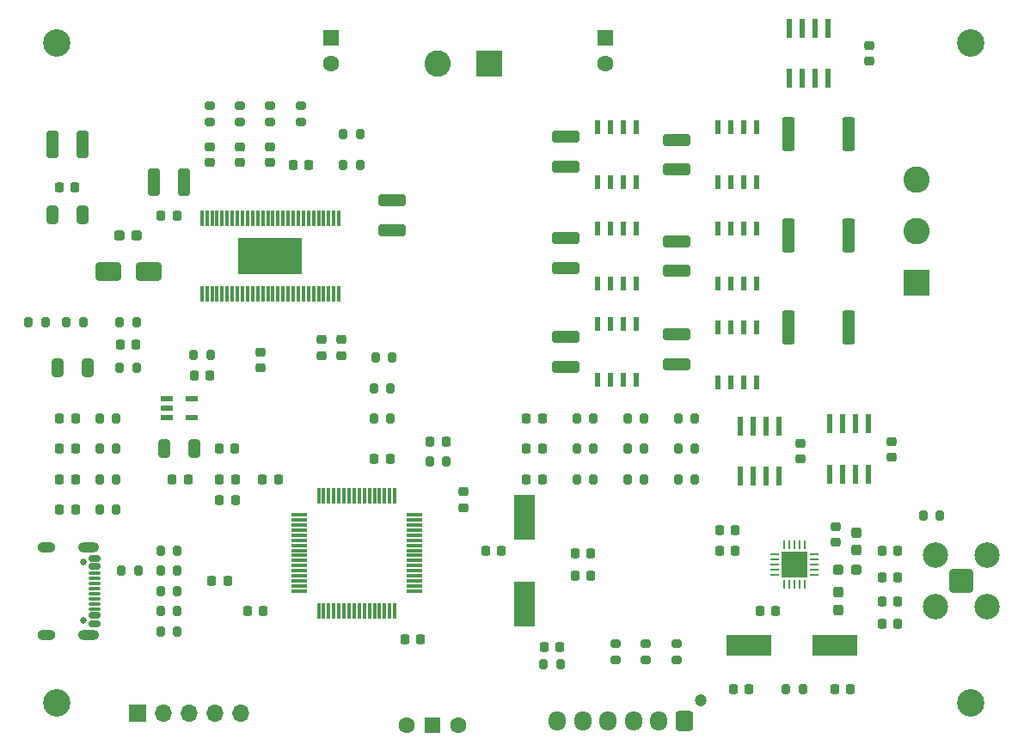
<source format=gbr>
%TF.GenerationSoftware,KiCad,Pcbnew,8.0.2*%
%TF.CreationDate,2024-10-03T19:13:02-03:00*%
%TF.ProjectId,ESCX,45534358-2e6b-4696-9361-645f70636258,rev?*%
%TF.SameCoordinates,Original*%
%TF.FileFunction,Soldermask,Top*%
%TF.FilePolarity,Negative*%
%FSLAX46Y46*%
G04 Gerber Fmt 4.6, Leading zero omitted, Abs format (unit mm)*
G04 Created by KiCad (PCBNEW 8.0.2) date 2024-10-03 19:13:02*
%MOMM*%
%LPD*%
G01*
G04 APERTURE LIST*
G04 Aperture macros list*
%AMRoundRect*
0 Rectangle with rounded corners*
0 $1 Rounding radius*
0 $2 $3 $4 $5 $6 $7 $8 $9 X,Y pos of 4 corners*
0 Add a 4 corners polygon primitive as box body*
4,1,4,$2,$3,$4,$5,$6,$7,$8,$9,$2,$3,0*
0 Add four circle primitives for the rounded corners*
1,1,$1+$1,$2,$3*
1,1,$1+$1,$4,$5*
1,1,$1+$1,$6,$7*
1,1,$1+$1,$8,$9*
0 Add four rect primitives between the rounded corners*
20,1,$1+$1,$2,$3,$4,$5,0*
20,1,$1+$1,$4,$5,$6,$7,0*
20,1,$1+$1,$6,$7,$8,$9,0*
20,1,$1+$1,$8,$9,$2,$3,0*%
G04 Aperture macros list end*
%ADD10RoundRect,0.237500X0.287500X0.237500X-0.287500X0.237500X-0.287500X-0.237500X0.287500X-0.237500X0*%
%ADD11R,2.600000X2.600000*%
%ADD12C,2.600000*%
%ADD13C,2.700000*%
%ADD14RoundRect,0.225000X-0.225000X-0.250000X0.225000X-0.250000X0.225000X0.250000X-0.225000X0.250000X0*%
%ADD15RoundRect,0.250000X1.100000X-0.325000X1.100000X0.325000X-1.100000X0.325000X-1.100000X-0.325000X0*%
%ADD16RoundRect,0.200000X0.200000X0.275000X-0.200000X0.275000X-0.200000X-0.275000X0.200000X-0.275000X0*%
%ADD17RoundRect,0.200100X-0.949900X0.949900X-0.949900X-0.949900X0.949900X-0.949900X0.949900X0.949900X0*%
%ADD18C,2.500000*%
%ADD19RoundRect,0.218750X0.218750X0.256250X-0.218750X0.256250X-0.218750X-0.256250X0.218750X-0.256250X0*%
%ADD20RoundRect,0.200000X-0.200000X-0.275000X0.200000X-0.275000X0.200000X0.275000X-0.200000X0.275000X0*%
%ADD21RoundRect,0.200000X-0.275000X0.200000X-0.275000X-0.200000X0.275000X-0.200000X0.275000X0.200000X0*%
%ADD22RoundRect,0.225000X-0.250000X0.225000X-0.250000X-0.225000X0.250000X-0.225000X0.250000X0.225000X0*%
%ADD23RoundRect,0.225000X0.225000X0.250000X-0.225000X0.250000X-0.225000X-0.250000X0.225000X-0.250000X0*%
%ADD24RoundRect,0.225000X0.250000X-0.225000X0.250000X0.225000X-0.250000X0.225000X-0.250000X-0.225000X0*%
%ADD25R,1.500000X1.500000*%
%ADD26C,1.600000*%
%ADD27R,0.558800X1.981200*%
%ADD28R,0.300000X1.550000*%
%ADD29R,6.350000X3.610000*%
%ADD30RoundRect,0.250000X-0.362500X-1.425000X0.362500X-1.425000X0.362500X1.425000X-0.362500X1.425000X0*%
%ADD31R,1.270000X0.558800*%
%ADD32RoundRect,0.250000X-0.325000X-1.100000X0.325000X-1.100000X0.325000X1.100000X-0.325000X1.100000X0*%
%ADD33RoundRect,0.075000X0.700000X0.075000X-0.700000X0.075000X-0.700000X-0.075000X0.700000X-0.075000X0*%
%ADD34RoundRect,0.075000X0.075000X0.700000X-0.075000X0.700000X-0.075000X-0.700000X0.075000X-0.700000X0*%
%ADD35RoundRect,0.062500X-0.350000X-0.062500X0.350000X-0.062500X0.350000X0.062500X-0.350000X0.062500X0*%
%ADD36RoundRect,0.062500X-0.062500X-0.350000X0.062500X-0.350000X0.062500X0.350000X-0.062500X0.350000X0*%
%ADD37R,2.500000X2.500000*%
%ADD38RoundRect,0.237500X-0.237500X0.287500X-0.237500X-0.287500X0.237500X-0.287500X0.237500X0.287500X0*%
%ADD39RoundRect,0.250000X-0.325000X-0.650000X0.325000X-0.650000X0.325000X0.650000X-0.325000X0.650000X0*%
%ADD40C,1.200000*%
%ADD41RoundRect,0.250000X0.600000X0.725000X-0.600000X0.725000X-0.600000X-0.725000X0.600000X-0.725000X0*%
%ADD42O,1.700000X1.950000*%
%ADD43R,0.558800X1.460500*%
%ADD44C,0.650000*%
%ADD45RoundRect,0.150000X-0.425000X0.150000X-0.425000X-0.150000X0.425000X-0.150000X0.425000X0.150000X0*%
%ADD46RoundRect,0.075000X-0.500000X0.075000X-0.500000X-0.075000X0.500000X-0.075000X0.500000X0.075000X0*%
%ADD47O,2.100000X1.000000*%
%ADD48O,1.800000X1.000000*%
%ADD49R,2.000000X4.500000*%
%ADD50RoundRect,0.237500X0.237500X-0.287500X0.237500X0.287500X-0.237500X0.287500X-0.237500X-0.287500X0*%
%ADD51RoundRect,0.250000X1.000000X0.650000X-1.000000X0.650000X-1.000000X-0.650000X1.000000X-0.650000X0*%
%ADD52RoundRect,0.250000X0.325000X1.100000X-0.325000X1.100000X-0.325000X-1.100000X0.325000X-1.100000X0*%
%ADD53R,1.700000X1.700000*%
%ADD54O,1.700000X1.700000*%
%ADD55RoundRect,0.218750X-0.218750X-0.256250X0.218750X-0.256250X0.218750X0.256250X-0.218750X0.256250X0*%
%ADD56R,1.600000X1.600000*%
%ADD57R,4.500000X2.000000*%
%ADD58RoundRect,0.250000X0.325000X0.650000X-0.325000X0.650000X-0.325000X-0.650000X0.325000X-0.650000X0*%
G04 APERTURE END LIST*
D10*
%TO.C,L2*%
X111875000Y-83000000D03*
X110125000Y-83000000D03*
%TD*%
D11*
%TO.C,J10*%
X188600000Y-87580000D03*
D12*
X188600000Y-82500000D03*
X188600000Y-77420000D03*
%TD*%
D13*
%TO.C,H1*%
X104000000Y-64000000D03*
%TD*%
D14*
%TO.C,C4*%
X146225000Y-114000000D03*
X147775000Y-114000000D03*
%TD*%
D15*
%TO.C,C54*%
X165000000Y-95674150D03*
X165000000Y-92724150D03*
%TD*%
D16*
%TO.C,R11*%
X166825000Y-107000000D03*
X165175000Y-107000000D03*
%TD*%
D14*
%TO.C,C37*%
X185225000Y-119000000D03*
X186775000Y-119000000D03*
%TD*%
D15*
%TO.C,C50*%
X165000000Y-86475000D03*
X165000000Y-83525000D03*
%TD*%
D14*
%TO.C,C2*%
X124225000Y-107000000D03*
X125775000Y-107000000D03*
%TD*%
D17*
%TO.C,J2*%
X193000000Y-117000000D03*
D18*
X195540000Y-114460000D03*
X190460000Y-114460000D03*
X195540000Y-119540000D03*
X190460000Y-119540000D03*
%TD*%
D14*
%TO.C,C56*%
X151975000Y-123500000D03*
X153525000Y-123500000D03*
%TD*%
D16*
%TO.C,R3*%
X109825000Y-107000000D03*
X108175000Y-107000000D03*
%TD*%
D11*
%TO.C,J11*%
X146545000Y-66000000D03*
D12*
X141465000Y-66000000D03*
%TD*%
D19*
%TO.C,D1*%
X105787500Y-104000000D03*
X104212500Y-104000000D03*
%TD*%
D16*
%TO.C,R7*%
X119075000Y-94750000D03*
X117425000Y-94750000D03*
%TD*%
D20*
%TO.C,R8*%
X110175000Y-91500000D03*
X111825000Y-91500000D03*
%TD*%
%TO.C,R1*%
X108175000Y-104000000D03*
X109825000Y-104000000D03*
%TD*%
D16*
%TO.C,R16*%
X177450000Y-127625000D03*
X175800000Y-127625000D03*
%TD*%
D21*
%TO.C,R26*%
X125000000Y-70175000D03*
X125000000Y-71825000D03*
%TD*%
D22*
%TO.C,C27*%
X125000000Y-74225000D03*
X125000000Y-75775000D03*
%TD*%
D15*
%TO.C,C46*%
X165000000Y-76475000D03*
X165000000Y-73525000D03*
%TD*%
D16*
%TO.C,R5*%
X102825000Y-91500000D03*
X101175000Y-91500000D03*
%TD*%
D21*
%TO.C,R19*%
X122000000Y-70175000D03*
X122000000Y-71825000D03*
%TD*%
D20*
%TO.C,R2*%
X108175000Y-101000000D03*
X109825000Y-101000000D03*
%TD*%
D23*
%TO.C,C39*%
X186775000Y-114000000D03*
X185225000Y-114000000D03*
%TD*%
D20*
%TO.C,R25*%
X140675000Y-105250000D03*
X142325000Y-105250000D03*
%TD*%
%TO.C,R13*%
X160175000Y-101000000D03*
X161825000Y-101000000D03*
%TD*%
D24*
%TO.C,C51*%
X177200000Y-105000000D03*
X177200000Y-103450000D03*
%TD*%
D25*
%TO.C,SW1*%
X141000000Y-131200000D03*
D26*
X138460000Y-131200000D03*
X143540000Y-131200000D03*
%TD*%
D23*
%TO.C,C31*%
X170775000Y-112000000D03*
X169225000Y-112000000D03*
%TD*%
D27*
%TO.C,U7*%
X175105000Y-101761200D03*
X173835000Y-101761200D03*
X172565000Y-101761200D03*
X171295000Y-101761200D03*
X171295000Y-106688800D03*
X172565000Y-106688800D03*
X173835000Y-106688800D03*
X175105000Y-106688800D03*
%TD*%
D23*
%TO.C,C25*%
X115775000Y-81000000D03*
X114225000Y-81000000D03*
%TD*%
D28*
%TO.C,U3*%
X118250000Y-88750000D03*
X118750000Y-88750000D03*
X119250000Y-88750000D03*
X119750000Y-88750000D03*
X120250000Y-88750000D03*
X120750000Y-88750000D03*
X121250000Y-88750000D03*
X121750000Y-88750000D03*
X122250000Y-88750000D03*
X122750000Y-88750000D03*
X123250000Y-88750000D03*
X123750000Y-88750000D03*
X124250000Y-88750000D03*
X124750000Y-88750000D03*
X125250000Y-88750000D03*
X125750000Y-88750000D03*
X126250000Y-88750000D03*
X126750000Y-88750000D03*
X127250000Y-88750000D03*
X127750000Y-88750000D03*
X128250000Y-88750000D03*
X128750000Y-88750000D03*
X129250000Y-88750000D03*
X129750000Y-88750000D03*
X130250000Y-88750000D03*
X130750000Y-88750000D03*
X131250000Y-88750000D03*
X131750000Y-88750000D03*
X131750000Y-81250000D03*
X131250000Y-81250000D03*
X130750000Y-81250000D03*
X130250000Y-81250000D03*
X129750000Y-81250000D03*
X129250000Y-81250000D03*
X128750000Y-81250000D03*
X128250000Y-81250000D03*
X127750000Y-81250000D03*
X127250000Y-81250000D03*
X126750000Y-81250000D03*
X126250000Y-81250000D03*
X125750000Y-81250000D03*
X125250000Y-81250000D03*
X124750000Y-81250000D03*
X124250000Y-81250000D03*
X123750000Y-81250000D03*
X123250000Y-81250000D03*
X122750000Y-81250000D03*
X122250000Y-81250000D03*
X121750000Y-81250000D03*
X121250000Y-81250000D03*
X120750000Y-81250000D03*
X120250000Y-81250000D03*
X119750000Y-81250000D03*
X119250000Y-81250000D03*
X118750000Y-81250000D03*
X118250000Y-81250000D03*
D29*
X125000000Y-85000000D03*
%TD*%
D13*
%TO.C,H2*%
X194000000Y-129000000D03*
%TD*%
D22*
%TO.C,C16*%
X130000000Y-93225000D03*
X130000000Y-94775000D03*
%TD*%
D30*
%TO.C,R30*%
X176037500Y-92000000D03*
X181962500Y-92000000D03*
%TD*%
D31*
%TO.C,U2*%
X114780800Y-99047500D03*
X114780800Y-100000000D03*
X114780800Y-100952500D03*
X117219200Y-100952500D03*
X117219200Y-99047500D03*
%TD*%
D27*
%TO.C,U6*%
X183905000Y-101536200D03*
X182635000Y-101536200D03*
X181365000Y-101536200D03*
X180095000Y-101536200D03*
X180095000Y-106463800D03*
X181365000Y-106463800D03*
X182635000Y-106463800D03*
X183905000Y-106463800D03*
%TD*%
D32*
%TO.C,C12*%
X103525000Y-74000000D03*
X106475000Y-74000000D03*
%TD*%
D33*
%TO.C,U1*%
X139175000Y-118000000D03*
X139175000Y-117500000D03*
X139175000Y-117000000D03*
X139175000Y-116500000D03*
X139175000Y-116000000D03*
X139175000Y-115500000D03*
X139175000Y-115000000D03*
X139175000Y-114500000D03*
X139175000Y-114000000D03*
X139175000Y-113500000D03*
X139175000Y-113000000D03*
X139175000Y-112500000D03*
X139175000Y-112000000D03*
X139175000Y-111500000D03*
X139175000Y-111000000D03*
X139175000Y-110500000D03*
D34*
X137250000Y-108575000D03*
X136750000Y-108575000D03*
X136250000Y-108575000D03*
X135750000Y-108575000D03*
X135250000Y-108575000D03*
X134750000Y-108575000D03*
X134250000Y-108575000D03*
X133750000Y-108575000D03*
X133250000Y-108575000D03*
X132750000Y-108575000D03*
X132250000Y-108575000D03*
X131750000Y-108575000D03*
X131250000Y-108575000D03*
X130750000Y-108575000D03*
X130250000Y-108575000D03*
X129750000Y-108575000D03*
D33*
X127825000Y-110500000D03*
X127825000Y-111000000D03*
X127825000Y-111500000D03*
X127825000Y-112000000D03*
X127825000Y-112500000D03*
X127825000Y-113000000D03*
X127825000Y-113500000D03*
X127825000Y-114000000D03*
X127825000Y-114500000D03*
X127825000Y-115000000D03*
X127825000Y-115500000D03*
X127825000Y-116000000D03*
X127825000Y-116500000D03*
X127825000Y-117000000D03*
X127825000Y-117500000D03*
X127825000Y-118000000D03*
D34*
X129750000Y-119925000D03*
X130250000Y-119925000D03*
X130750000Y-119925000D03*
X131250000Y-119925000D03*
X131750000Y-119925000D03*
X132250000Y-119925000D03*
X132750000Y-119925000D03*
X133250000Y-119925000D03*
X133750000Y-119925000D03*
X134250000Y-119925000D03*
X134750000Y-119925000D03*
X135250000Y-119925000D03*
X135750000Y-119925000D03*
X136250000Y-119925000D03*
X136750000Y-119925000D03*
X137250000Y-119925000D03*
%TD*%
D16*
%TO.C,R22*%
X156825000Y-104000000D03*
X155175000Y-104000000D03*
%TD*%
D14*
%TO.C,C3*%
X119225000Y-117000000D03*
X120775000Y-117000000D03*
%TD*%
D21*
%TO.C,R34*%
X162000000Y-123175000D03*
X162000000Y-124825000D03*
%TD*%
D16*
%TO.C,R4*%
X106575000Y-91500000D03*
X104925000Y-91500000D03*
%TD*%
D14*
%TO.C,C33*%
X169225000Y-114000000D03*
X170775000Y-114000000D03*
%TD*%
D35*
%TO.C,U4*%
X174687500Y-114375000D03*
X174687500Y-114875000D03*
X174687500Y-115375000D03*
X174687500Y-115875000D03*
X174687500Y-116375000D03*
D36*
X175625000Y-117312500D03*
X176125000Y-117312500D03*
X176625000Y-117312500D03*
X177125000Y-117312500D03*
X177625000Y-117312500D03*
D35*
X178562500Y-116375000D03*
X178562500Y-115875000D03*
X178562500Y-115375000D03*
X178562500Y-114875000D03*
X178562500Y-114375000D03*
D36*
X177625000Y-113437500D03*
X177125000Y-113437500D03*
X176625000Y-113437500D03*
X176125000Y-113437500D03*
X175625000Y-113437500D03*
D37*
X176625000Y-115375000D03*
%TD*%
D38*
%TO.C,L4*%
X182700000Y-112225000D03*
X182700000Y-113975000D03*
%TD*%
D23*
%TO.C,C32*%
X174775000Y-120000000D03*
X173225000Y-120000000D03*
%TD*%
D16*
%TO.C,R29*%
X136825000Y-98000000D03*
X135175000Y-98000000D03*
%TD*%
D24*
%TO.C,C47*%
X186215000Y-104800850D03*
X186215000Y-103250850D03*
%TD*%
%TO.C,C34*%
X180700000Y-113175000D03*
X180700000Y-111625000D03*
%TD*%
D21*
%TO.C,R18*%
X119000000Y-70175000D03*
X119000000Y-71825000D03*
%TD*%
D39*
%TO.C,C30*%
X103525000Y-80930000D03*
X106475000Y-80930000D03*
%TD*%
D40*
%TO.C,J8*%
X167350000Y-128775000D03*
D41*
X165750000Y-130775000D03*
D42*
X163250000Y-130775000D03*
X160750000Y-130775000D03*
X158250000Y-130775000D03*
X155750000Y-130775000D03*
X153250000Y-130775000D03*
%TD*%
D14*
%TO.C,C29*%
X104225000Y-78250000D03*
X105775000Y-78250000D03*
%TD*%
D43*
%TO.C,Q6*%
X172905000Y-97448300D03*
X169095000Y-92000000D03*
X170365000Y-92000000D03*
X171635000Y-92000000D03*
X172905000Y-92000000D03*
X169095000Y-97448300D03*
X170365000Y-97448300D03*
X171635000Y-97448300D03*
%TD*%
D16*
%TO.C,R37*%
X115825000Y-114000000D03*
X114175000Y-114000000D03*
%TD*%
D23*
%TO.C,C35*%
X182150000Y-127625000D03*
X180600000Y-127625000D03*
%TD*%
D16*
%TO.C,R41*%
X115825000Y-122000000D03*
X114175000Y-122000000D03*
%TD*%
D13*
%TO.C,H4*%
X194000000Y-64000000D03*
%TD*%
D44*
%TO.C,J9*%
X106605000Y-115110000D03*
X106605000Y-120890000D03*
D45*
X107680000Y-114800000D03*
X107680000Y-115600000D03*
D46*
X107680000Y-116750000D03*
X107680000Y-117750000D03*
X107680000Y-118250000D03*
X107680000Y-119250000D03*
D45*
X107680000Y-120400000D03*
X107680000Y-121200000D03*
X107680000Y-121200000D03*
X107680000Y-120400000D03*
D46*
X107680000Y-119750000D03*
X107680000Y-118750000D03*
X107680000Y-117250000D03*
X107680000Y-116250000D03*
D45*
X107680000Y-115600000D03*
X107680000Y-114800000D03*
D47*
X107105000Y-113680000D03*
D48*
X102925000Y-113680000D03*
D47*
X107105000Y-122320000D03*
D48*
X102925000Y-122320000D03*
%TD*%
D10*
%TO.C,L3*%
X182675000Y-115900000D03*
X180925000Y-115900000D03*
%TD*%
D15*
%TO.C,C45*%
X154095000Y-76199150D03*
X154095000Y-73249150D03*
%TD*%
D24*
%TO.C,C9*%
X144000000Y-109775000D03*
X144000000Y-108225000D03*
%TD*%
D16*
%TO.C,R31*%
X133825000Y-73000000D03*
X132175000Y-73000000D03*
%TD*%
D14*
%TO.C,C38*%
X185225000Y-121200000D03*
X186775000Y-121200000D03*
%TD*%
D23*
%TO.C,C7*%
X156525000Y-114250000D03*
X154975000Y-114250000D03*
%TD*%
D16*
%TO.C,R28*%
X137000000Y-95000000D03*
X135350000Y-95000000D03*
%TD*%
D19*
%TO.C,D3*%
X105787500Y-107000000D03*
X104212500Y-107000000D03*
%TD*%
D49*
%TO.C,X1*%
X150000000Y-110750000D03*
X150000000Y-119250000D03*
%TD*%
D50*
%TO.C,L5*%
X180900000Y-119875000D03*
X180900000Y-118125000D03*
%TD*%
D27*
%TO.C,U5*%
X179905000Y-62536200D03*
X178635000Y-62536200D03*
X177365000Y-62536200D03*
X176095000Y-62536200D03*
X176095000Y-67463800D03*
X177365000Y-67463800D03*
X178635000Y-67463800D03*
X179905000Y-67463800D03*
%TD*%
D43*
%TO.C,Q4*%
X172905000Y-87724150D03*
X169095000Y-82275850D03*
X170365000Y-82275850D03*
X171635000Y-82275850D03*
X172905000Y-82275850D03*
X169095000Y-87724150D03*
X170365000Y-87724150D03*
X171635000Y-87724150D03*
%TD*%
D51*
%TO.C,D4*%
X113000000Y-86500000D03*
X109000000Y-86500000D03*
%TD*%
D20*
%TO.C,R12*%
X160175000Y-107000000D03*
X161825000Y-107000000D03*
%TD*%
D16*
%TO.C,R42*%
X112000000Y-116000000D03*
X110350000Y-116000000D03*
%TD*%
D23*
%TO.C,C40*%
X186775000Y-116650000D03*
X185225000Y-116650000D03*
%TD*%
%TO.C,C13*%
X119025000Y-96750000D03*
X117475000Y-96750000D03*
%TD*%
D52*
%TO.C,C28*%
X116475000Y-77750000D03*
X113525000Y-77750000D03*
%TD*%
D23*
%TO.C,C42*%
X151775000Y-101000000D03*
X150225000Y-101000000D03*
%TD*%
D20*
%TO.C,R43*%
X108175000Y-110000000D03*
X109825000Y-110000000D03*
%TD*%
D14*
%TO.C,C6*%
X120000000Y-109000000D03*
X121550000Y-109000000D03*
%TD*%
D23*
%TO.C,C43*%
X151775000Y-107000000D03*
X150225000Y-107000000D03*
%TD*%
D16*
%TO.C,R38*%
X115825000Y-120000000D03*
X114175000Y-120000000D03*
%TD*%
D23*
%TO.C,C11*%
X124275000Y-120000000D03*
X122725000Y-120000000D03*
%TD*%
D14*
%TO.C,C36*%
X170600000Y-127625000D03*
X172150000Y-127625000D03*
%TD*%
D43*
%TO.C,Q2*%
X172905000Y-77724150D03*
X169095000Y-72275850D03*
X170365000Y-72275850D03*
X171635000Y-72275850D03*
X172905000Y-72275850D03*
X169095000Y-77724150D03*
X170365000Y-77724150D03*
X171635000Y-77724150D03*
%TD*%
D22*
%TO.C,C23*%
X122000000Y-74225000D03*
X122000000Y-75775000D03*
%TD*%
D13*
%TO.C,H3*%
X104000000Y-129000000D03*
%TD*%
D30*
%TO.C,R23*%
X176037500Y-83000000D03*
X181962500Y-83000000D03*
%TD*%
D23*
%TO.C,C20*%
X116875000Y-107000000D03*
X115325000Y-107000000D03*
%TD*%
D16*
%TO.C,R40*%
X115825000Y-118000000D03*
X114175000Y-118000000D03*
%TD*%
%TO.C,R9*%
X166825000Y-101000000D03*
X165175000Y-101000000D03*
%TD*%
%TO.C,R21*%
X156825000Y-107000000D03*
X155175000Y-107000000D03*
%TD*%
D14*
%TO.C,C17*%
X110225000Y-93750000D03*
X111775000Y-93750000D03*
%TD*%
D16*
%TO.C,R32*%
X133825000Y-76000000D03*
X132175000Y-76000000D03*
%TD*%
D21*
%TO.C,R27*%
X128000000Y-70175000D03*
X128000000Y-71825000D03*
%TD*%
D20*
%TO.C,R6*%
X110175000Y-96000000D03*
X111825000Y-96000000D03*
%TD*%
D53*
%TO.C,J1*%
X111920000Y-130000000D03*
D54*
X114460000Y-130000000D03*
X117000000Y-130000000D03*
X119540000Y-130000000D03*
X122080000Y-130000000D03*
%TD*%
D43*
%TO.C,Q1*%
X157190000Y-72275850D03*
X161000000Y-77724150D03*
X159730000Y-77724150D03*
X158460000Y-77724150D03*
X157190000Y-77724150D03*
X161000000Y-72275850D03*
X159730000Y-72275850D03*
X158460000Y-72275850D03*
%TD*%
D20*
%TO.C,R36*%
X151925000Y-125250000D03*
X153575000Y-125250000D03*
%TD*%
D19*
%TO.C,D2*%
X105787500Y-101000000D03*
X104212500Y-101000000D03*
%TD*%
D55*
%TO.C,D5*%
X104212500Y-110000000D03*
X105787500Y-110000000D03*
%TD*%
D23*
%TO.C,L1*%
X121475000Y-104000000D03*
X119925000Y-104000000D03*
%TD*%
D56*
%TO.C,C52*%
X158000000Y-63500000D03*
D26*
X158000000Y-66000000D03*
%TD*%
D43*
%TO.C,Q5*%
X157190000Y-91724150D03*
X161000000Y-97172450D03*
X159730000Y-97172450D03*
X158460000Y-97172450D03*
X157190000Y-97172450D03*
X161000000Y-91724150D03*
X159730000Y-91724150D03*
X158460000Y-91724150D03*
%TD*%
D39*
%TO.C,C15*%
X104025000Y-96000000D03*
X106975000Y-96000000D03*
%TD*%
D16*
%TO.C,R39*%
X115825000Y-116000000D03*
X114175000Y-116000000D03*
%TD*%
D20*
%TO.C,R14*%
X160175000Y-104000000D03*
X161825000Y-104000000D03*
%TD*%
D21*
%TO.C,R35*%
X165000000Y-123175000D03*
X165000000Y-124825000D03*
%TD*%
D22*
%TO.C,C19*%
X124000000Y-94475000D03*
X124000000Y-96025000D03*
%TD*%
D15*
%TO.C,C22*%
X137000000Y-82475000D03*
X137000000Y-79525000D03*
%TD*%
D23*
%TO.C,C1*%
X156525000Y-116500000D03*
X154975000Y-116500000D03*
%TD*%
%TO.C,C44*%
X151775000Y-104000000D03*
X150225000Y-104000000D03*
%TD*%
D22*
%TO.C,C18*%
X132000000Y-93225000D03*
X132000000Y-94775000D03*
%TD*%
D14*
%TO.C,C48*%
X140725000Y-103250000D03*
X142275000Y-103250000D03*
%TD*%
D15*
%TO.C,C55*%
X154095000Y-95923300D03*
X154095000Y-92973300D03*
%TD*%
D14*
%TO.C,C5*%
X120000000Y-107000000D03*
X121550000Y-107000000D03*
%TD*%
D56*
%TO.C,C53*%
X131000000Y-63500000D03*
D26*
X131000000Y-66000000D03*
%TD*%
D24*
%TO.C,C41*%
X184000000Y-65775000D03*
X184000000Y-64225000D03*
%TD*%
D22*
%TO.C,C26*%
X119000000Y-74225000D03*
X119000000Y-75775000D03*
%TD*%
D16*
%TO.C,R15*%
X190925000Y-110600000D03*
X189275000Y-110600000D03*
%TD*%
D14*
%TO.C,C8*%
X135225000Y-105000000D03*
X136775000Y-105000000D03*
%TD*%
D15*
%TO.C,C49*%
X154095000Y-86199150D03*
X154095000Y-83249150D03*
%TD*%
D43*
%TO.C,Q3*%
X157190000Y-82275850D03*
X161000000Y-87724150D03*
X159730000Y-87724150D03*
X158460000Y-87724150D03*
X157190000Y-87724150D03*
X161000000Y-82275850D03*
X159730000Y-82275850D03*
X158460000Y-82275850D03*
%TD*%
D57*
%TO.C,X2*%
X172125000Y-123375000D03*
X180625000Y-123375000D03*
%TD*%
D21*
%TO.C,R33*%
X159000000Y-123175000D03*
X159000000Y-124825000D03*
%TD*%
D30*
%TO.C,R17*%
X176037500Y-73000000D03*
X181962500Y-73000000D03*
%TD*%
D20*
%TO.C,R24*%
X135175000Y-101000000D03*
X136825000Y-101000000D03*
%TD*%
D16*
%TO.C,R20*%
X156825000Y-101000000D03*
X155175000Y-101000000D03*
%TD*%
D23*
%TO.C,C10*%
X139775000Y-122750000D03*
X138225000Y-122750000D03*
%TD*%
D16*
%TO.C,R10*%
X166825000Y-104000000D03*
X165175000Y-104000000D03*
%TD*%
D58*
%TO.C,C21*%
X117475000Y-104000000D03*
X114525000Y-104000000D03*
%TD*%
D23*
%TO.C,C24*%
X128775000Y-76000000D03*
X127225000Y-76000000D03*
%TD*%
M02*

</source>
